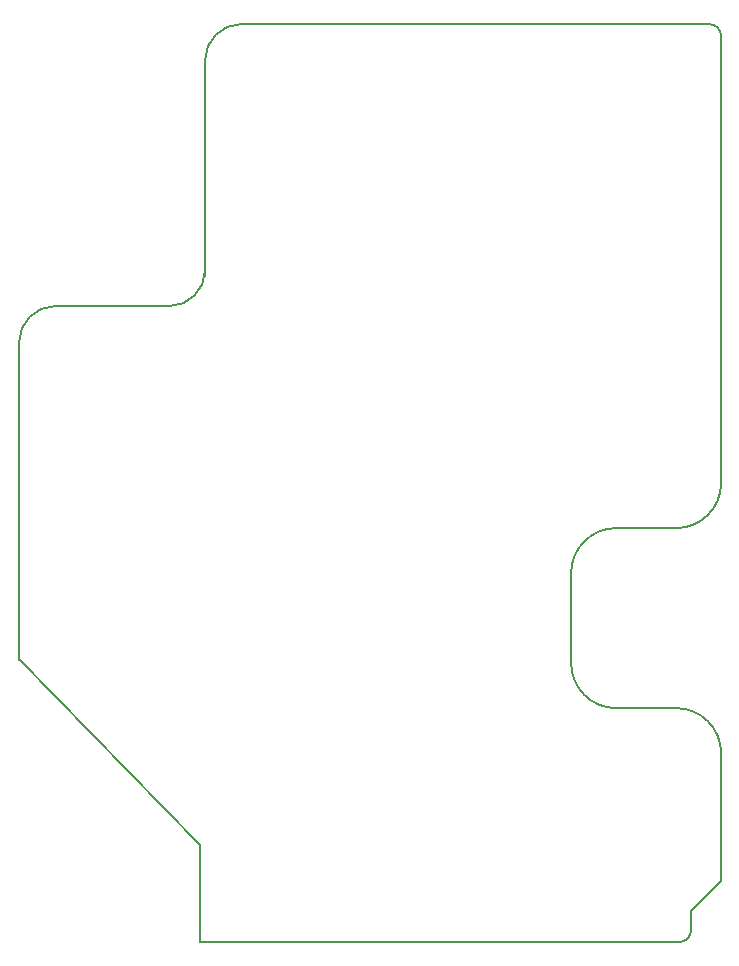
<source format=gm1>
G04 #@! TF.GenerationSoftware,KiCad,Pcbnew,5.0.0-rc2*
G04 #@! TF.CreationDate,2018-12-02T00:46:08-05:00*
G04 #@! TF.ProjectId,uno,756E6F2E6B696361645F706362000000,v1.0*
G04 #@! TF.SameCoordinates,Original*
G04 #@! TF.FileFunction,Profile,NP*
%FSLAX46Y46*%
G04 Gerber Fmt 4.6, Leading zero omitted, Abs format (unit mm)*
G04 Created by KiCad (PCBNEW 5.0.0-rc2) date Sun Dec  2 00:46:08 2018*
%MOMM*%
%LPD*%
G01*
G04 APERTURE LIST*
%ADD10C,0.152400*%
%ADD11C,0.150000*%
G04 APERTURE END LIST*
D10*
X29464000Y-60452000D02*
X29464000Y-60960000D01*
X29464000Y-60960000D02*
X29464000Y-87376000D01*
X42164000Y-57404000D02*
X32512000Y-57404000D01*
X45212000Y-54864000D02*
X45212000Y-53340000D01*
X45212000Y-54356000D02*
G75*
G02X42164000Y-57404000I-3048000J0D01*
G01*
X45212000Y-36576000D02*
X45212000Y-53340000D01*
X48260000Y-33528000D02*
X87884000Y-33528000D01*
X29464000Y-60452000D02*
G75*
G02X32512000Y-57404000I3048000J0D01*
G01*
X45212000Y-36576000D02*
G75*
G02X48260000Y-33528000I3048000J0D01*
G01*
X88900000Y-106045000D02*
X88900000Y-95250000D01*
X88900000Y-72390000D02*
X88900000Y-34290000D01*
X80010000Y-91440000D02*
X85090000Y-91440000D01*
X76200000Y-80010000D02*
X76200000Y-87630000D01*
X85090000Y-76200000D02*
X80010000Y-76200000D01*
X80010000Y-91440000D02*
G75*
G02X76200000Y-87630000I0J3810000D01*
G01*
X76200000Y-80010000D02*
G75*
G02X80010000Y-76200000I3810000J0D01*
G01*
X85090000Y-91440000D02*
G75*
G02X88900000Y-95250000I0J-3810000D01*
G01*
X88900000Y-72390000D02*
G75*
G02X85090000Y-76200000I-3810000J0D01*
G01*
X45262800Y-111252000D02*
X44754800Y-111252000D01*
X44754800Y-103022400D02*
X44754800Y-111252000D01*
X45237400Y-111252000D02*
X85344000Y-111252000D01*
X29413200Y-87274400D02*
X44754800Y-103022400D01*
X86360000Y-110236000D02*
X86360000Y-108585000D01*
X86360000Y-110236000D02*
G75*
G02X85344000Y-111252000I-1016000J0D01*
G01*
X87884000Y-33528000D02*
G75*
G02X88900000Y-34544000I0J-1016000D01*
G01*
D11*
X86360000Y-108585000D02*
X88900000Y-106045000D01*
M02*

</source>
